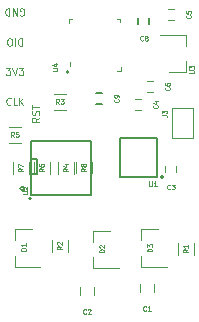
<source format=gto>
G04 #@! TF.FileFunction,Legend,Top*
%FSLAX46Y46*%
G04 Gerber Fmt 4.6, Leading zero omitted, Abs format (unit mm)*
G04 Created by KiCad (PCBNEW 4.0.7) date 01/29/18 07:06:24*
%MOMM*%
%LPD*%
G01*
G04 APERTURE LIST*
%ADD10C,0.100000*%
%ADD11C,0.200000*%
%ADD12C,0.150000*%
%ADD13C,0.120000*%
%ADD14C,0.090000*%
G04 APERTURE END LIST*
D10*
D11*
X142560605Y-100148000D02*
G75*
G03X142560605Y-100148000I-179605J0D01*
G01*
D10*
X142203142Y-85462000D02*
X142260285Y-85490571D01*
X142345999Y-85490571D01*
X142431714Y-85462000D01*
X142488856Y-85404857D01*
X142517428Y-85347714D01*
X142545999Y-85233429D01*
X142545999Y-85147714D01*
X142517428Y-85033429D01*
X142488856Y-84976286D01*
X142431714Y-84919143D01*
X142345999Y-84890571D01*
X142288856Y-84890571D01*
X142203142Y-84919143D01*
X142174571Y-84947714D01*
X142174571Y-85147714D01*
X142288856Y-85147714D01*
X141917428Y-84890571D02*
X141917428Y-85490571D01*
X141574571Y-84890571D01*
X141574571Y-85490571D01*
X141288857Y-84890571D02*
X141288857Y-85490571D01*
X141146000Y-85490571D01*
X141060285Y-85462000D01*
X141003143Y-85404857D01*
X140974571Y-85347714D01*
X140946000Y-85233429D01*
X140946000Y-85147714D01*
X140974571Y-85033429D01*
X141003143Y-84976286D01*
X141060285Y-84919143D01*
X141146000Y-84890571D01*
X141288857Y-84890571D01*
X143795429Y-94126572D02*
X143509714Y-94326572D01*
X143795429Y-94469429D02*
X143195429Y-94469429D01*
X143195429Y-94240857D01*
X143224000Y-94183715D01*
X143252571Y-94155143D01*
X143309714Y-94126572D01*
X143395429Y-94126572D01*
X143452571Y-94155143D01*
X143481143Y-94183715D01*
X143509714Y-94240857D01*
X143509714Y-94469429D01*
X143766857Y-93898000D02*
X143795429Y-93812286D01*
X143795429Y-93669429D01*
X143766857Y-93612286D01*
X143738286Y-93583715D01*
X143681143Y-93555143D01*
X143624000Y-93555143D01*
X143566857Y-93583715D01*
X143538286Y-93612286D01*
X143509714Y-93669429D01*
X143481143Y-93783715D01*
X143452571Y-93840857D01*
X143424000Y-93869429D01*
X143366857Y-93898000D01*
X143309714Y-93898000D01*
X143252571Y-93869429D01*
X143224000Y-93840857D01*
X143195429Y-93783715D01*
X143195429Y-93640857D01*
X143224000Y-93555143D01*
X143195429Y-93383714D02*
X143195429Y-93040857D01*
X143795429Y-93212286D02*
X143195429Y-93212286D01*
X142360285Y-87430571D02*
X142360285Y-88030571D01*
X142217428Y-88030571D01*
X142131713Y-88002000D01*
X142074571Y-87944857D01*
X142045999Y-87887714D01*
X142017428Y-87773429D01*
X142017428Y-87687714D01*
X142045999Y-87573429D01*
X142074571Y-87516286D01*
X142131713Y-87459143D01*
X142217428Y-87430571D01*
X142360285Y-87430571D01*
X141760285Y-87430571D02*
X141760285Y-88030571D01*
X141360285Y-88030571D02*
X141245999Y-88030571D01*
X141188857Y-88002000D01*
X141131714Y-87944857D01*
X141103142Y-87830571D01*
X141103142Y-87630571D01*
X141131714Y-87516286D01*
X141188857Y-87459143D01*
X141245999Y-87430571D01*
X141360285Y-87430571D01*
X141417428Y-87459143D01*
X141474571Y-87516286D01*
X141503142Y-87630571D01*
X141503142Y-87830571D01*
X141474571Y-87944857D01*
X141417428Y-88002000D01*
X141360285Y-88030571D01*
X141003142Y-89913429D02*
X141374571Y-89913429D01*
X141174571Y-90142000D01*
X141260285Y-90142000D01*
X141317428Y-90170571D01*
X141345999Y-90199143D01*
X141374571Y-90256286D01*
X141374571Y-90399143D01*
X141345999Y-90456286D01*
X141317428Y-90484857D01*
X141260285Y-90513429D01*
X141088857Y-90513429D01*
X141031714Y-90484857D01*
X141003142Y-90456286D01*
X141546000Y-89913429D02*
X141746000Y-90513429D01*
X141946000Y-89913429D01*
X142088857Y-89913429D02*
X142460286Y-89913429D01*
X142260286Y-90142000D01*
X142346000Y-90142000D01*
X142403143Y-90170571D01*
X142431714Y-90199143D01*
X142460286Y-90256286D01*
X142460286Y-90399143D01*
X142431714Y-90456286D01*
X142403143Y-90484857D01*
X142346000Y-90513429D01*
X142174572Y-90513429D01*
X142117429Y-90484857D01*
X142088857Y-90456286D01*
X141388857Y-92996286D02*
X141360286Y-93024857D01*
X141274572Y-93053429D01*
X141217429Y-93053429D01*
X141131714Y-93024857D01*
X141074572Y-92967714D01*
X141046000Y-92910571D01*
X141017429Y-92796286D01*
X141017429Y-92710571D01*
X141046000Y-92596286D01*
X141074572Y-92539143D01*
X141131714Y-92482000D01*
X141217429Y-92453429D01*
X141274572Y-92453429D01*
X141360286Y-92482000D01*
X141388857Y-92510571D01*
X141931714Y-93053429D02*
X141646000Y-93053429D01*
X141646000Y-92453429D01*
X142131714Y-93053429D02*
X142131714Y-92453429D01*
X142474571Y-93053429D02*
X142217428Y-92710571D01*
X142474571Y-92453429D02*
X142131714Y-92796286D01*
D12*
X153143000Y-86174000D02*
X153143000Y-85674000D01*
X152193000Y-85674000D02*
X152193000Y-86174000D01*
X148608000Y-93003000D02*
X149108000Y-93003000D01*
X149108000Y-92053000D02*
X148608000Y-92053000D01*
D13*
X155429000Y-98747000D02*
X155429000Y-98247000D01*
X154479000Y-98247000D02*
X154479000Y-98747000D01*
X154704000Y-85891000D02*
X155204000Y-85891000D01*
X155204000Y-84941000D02*
X154704000Y-84941000D01*
X153522000Y-108180000D02*
X153522000Y-108880000D01*
X152322000Y-108880000D02*
X152322000Y-108180000D01*
X147242000Y-109134000D02*
X147242000Y-108434000D01*
X148442000Y-108434000D02*
X148442000Y-109134000D01*
X151910000Y-93506000D02*
X152410000Y-93506000D01*
X152410000Y-92566000D02*
X151910000Y-92566000D01*
X152926000Y-91982000D02*
X153426000Y-91982000D01*
X153426000Y-91042000D02*
X152926000Y-91042000D01*
X155080000Y-93290000D02*
X155080000Y-95830000D01*
X156860000Y-95830000D02*
X156860000Y-93290000D01*
X156860000Y-95830000D02*
X155080000Y-95830000D01*
X155080000Y-93290000D02*
X156860000Y-93290000D01*
X155544000Y-105728000D02*
X155544000Y-104728000D01*
X156904000Y-104728000D02*
X156904000Y-105728000D01*
X144876000Y-105474000D02*
X144876000Y-104474000D01*
X146236000Y-104474000D02*
X146236000Y-105474000D01*
X145056000Y-92102000D02*
X146056000Y-92102000D01*
X146056000Y-93462000D02*
X145056000Y-93462000D01*
X142246000Y-96256000D02*
X141246000Y-96256000D01*
X141246000Y-94896000D02*
X142246000Y-94896000D01*
X156222000Y-90298000D02*
X156222000Y-89368000D01*
X156222000Y-87138000D02*
X156222000Y-88068000D01*
X156222000Y-87138000D02*
X154062000Y-87138000D01*
X156222000Y-90298000D02*
X154762000Y-90298000D01*
X141732000Y-103582000D02*
X141732000Y-104512000D01*
X141732000Y-106742000D02*
X141732000Y-105812000D01*
X141732000Y-106742000D02*
X143892000Y-106742000D01*
X141732000Y-103582000D02*
X143192000Y-103582000D01*
X146744000Y-97870000D02*
X146744000Y-98870000D01*
X145384000Y-98870000D02*
X145384000Y-97870000D01*
X144712000Y-97870000D02*
X144712000Y-98870000D01*
X143352000Y-98870000D02*
X143352000Y-97870000D01*
X142934000Y-97870000D02*
X142934000Y-98870000D01*
X141574000Y-98870000D02*
X141574000Y-97870000D01*
X148268000Y-97858000D02*
X148268000Y-98858000D01*
X146908000Y-98858000D02*
X146908000Y-97858000D01*
X152432000Y-103582000D02*
X152432000Y-104512000D01*
X152432000Y-106742000D02*
X152432000Y-105812000D01*
X152432000Y-106742000D02*
X154592000Y-106742000D01*
X152432000Y-103582000D02*
X153892000Y-103582000D01*
X148368000Y-103714000D02*
X148368000Y-104644000D01*
X148368000Y-106874000D02*
X148368000Y-105944000D01*
X148368000Y-106874000D02*
X150528000Y-106874000D01*
X148368000Y-103714000D02*
X149828000Y-103714000D01*
D12*
X146281156Y-90250000D02*
G75*
G03X146281156Y-90250000I-85156J0D01*
G01*
D13*
X146328600Y-85810600D02*
X146628600Y-85810600D01*
X150711600Y-90168200D02*
X150411600Y-90168200D01*
X150660800Y-85759800D02*
X150360800Y-85759800D01*
X146399200Y-89737200D02*
X146399200Y-89437200D01*
X150711600Y-90168200D02*
X150711600Y-89868200D01*
X150660800Y-85759800D02*
X150660800Y-86059800D01*
X146328600Y-85810600D02*
X146328600Y-86110600D01*
D12*
X143128936Y-100976040D02*
G75*
G03X143128936Y-100976040I-77376J0D01*
G01*
X143143000Y-96084000D02*
X148223000Y-96084000D01*
X148223000Y-96084000D02*
X148223000Y-100656000D01*
X148223000Y-100656000D02*
X143143000Y-100656000D01*
X143143000Y-100656000D02*
X143143000Y-96084000D01*
X143143000Y-97608000D02*
X143651000Y-97608000D01*
X143651000Y-97608000D02*
X143651000Y-98878000D01*
X143651000Y-98878000D02*
X143143000Y-98878000D01*
X154319000Y-99147000D02*
G75*
G03X154319000Y-99147000I-127000J0D01*
G01*
X153811000Y-99147000D02*
X150636000Y-99147000D01*
X153811000Y-95845000D02*
X153811000Y-99147000D01*
X150636000Y-95845000D02*
X153811000Y-95845000D01*
X150636000Y-99147000D02*
X150636000Y-95845000D01*
D14*
X152601334Y-87566857D02*
X152582286Y-87585905D01*
X152525143Y-87604952D01*
X152487048Y-87604952D01*
X152429905Y-87585905D01*
X152391810Y-87547810D01*
X152372762Y-87509714D01*
X152353714Y-87433524D01*
X152353714Y-87376381D01*
X152372762Y-87300190D01*
X152391810Y-87262095D01*
X152429905Y-87224000D01*
X152487048Y-87204952D01*
X152525143Y-87204952D01*
X152582286Y-87224000D01*
X152601334Y-87243048D01*
X152829905Y-87376381D02*
X152791810Y-87357333D01*
X152772762Y-87338286D01*
X152753714Y-87300190D01*
X152753714Y-87281143D01*
X152772762Y-87243048D01*
X152791810Y-87224000D01*
X152829905Y-87204952D01*
X152906095Y-87204952D01*
X152944191Y-87224000D01*
X152963238Y-87243048D01*
X152982286Y-87281143D01*
X152982286Y-87300190D01*
X152963238Y-87338286D01*
X152944191Y-87357333D01*
X152906095Y-87376381D01*
X152829905Y-87376381D01*
X152791810Y-87395429D01*
X152772762Y-87414476D01*
X152753714Y-87452571D01*
X152753714Y-87528762D01*
X152772762Y-87566857D01*
X152791810Y-87585905D01*
X152829905Y-87604952D01*
X152906095Y-87604952D01*
X152944191Y-87585905D01*
X152963238Y-87566857D01*
X152982286Y-87528762D01*
X152982286Y-87452571D01*
X152963238Y-87414476D01*
X152944191Y-87395429D01*
X152906095Y-87376381D01*
X150524857Y-92594666D02*
X150543905Y-92613714D01*
X150562952Y-92670857D01*
X150562952Y-92708952D01*
X150543905Y-92766095D01*
X150505810Y-92804190D01*
X150467714Y-92823238D01*
X150391524Y-92842286D01*
X150334381Y-92842286D01*
X150258190Y-92823238D01*
X150220095Y-92804190D01*
X150182000Y-92766095D01*
X150162952Y-92708952D01*
X150162952Y-92670857D01*
X150182000Y-92613714D01*
X150201048Y-92594666D01*
X150562952Y-92404190D02*
X150562952Y-92328000D01*
X150543905Y-92289905D01*
X150524857Y-92270857D01*
X150467714Y-92232762D01*
X150391524Y-92213714D01*
X150239143Y-92213714D01*
X150201048Y-92232762D01*
X150182000Y-92251809D01*
X150162952Y-92289905D01*
X150162952Y-92366095D01*
X150182000Y-92404190D01*
X150201048Y-92423238D01*
X150239143Y-92442286D01*
X150334381Y-92442286D01*
X150372476Y-92423238D01*
X150391524Y-92404190D01*
X150410571Y-92366095D01*
X150410571Y-92289905D01*
X150391524Y-92251809D01*
X150372476Y-92232762D01*
X150334381Y-92213714D01*
X154887334Y-100163857D02*
X154868286Y-100182905D01*
X154811143Y-100201952D01*
X154773048Y-100201952D01*
X154715905Y-100182905D01*
X154677810Y-100144810D01*
X154658762Y-100106714D01*
X154639714Y-100030524D01*
X154639714Y-99973381D01*
X154658762Y-99897190D01*
X154677810Y-99859095D01*
X154715905Y-99821000D01*
X154773048Y-99801952D01*
X154811143Y-99801952D01*
X154868286Y-99821000D01*
X154887334Y-99840048D01*
X155020667Y-99801952D02*
X155268286Y-99801952D01*
X155134953Y-99954333D01*
X155192095Y-99954333D01*
X155230191Y-99973381D01*
X155249238Y-99992429D01*
X155268286Y-100030524D01*
X155268286Y-100125762D01*
X155249238Y-100163857D01*
X155230191Y-100182905D01*
X155192095Y-100201952D01*
X155077810Y-100201952D01*
X155039714Y-100182905D01*
X155020667Y-100163857D01*
X156620857Y-85482666D02*
X156639905Y-85501714D01*
X156658952Y-85558857D01*
X156658952Y-85596952D01*
X156639905Y-85654095D01*
X156601810Y-85692190D01*
X156563714Y-85711238D01*
X156487524Y-85730286D01*
X156430381Y-85730286D01*
X156354190Y-85711238D01*
X156316095Y-85692190D01*
X156278000Y-85654095D01*
X156258952Y-85596952D01*
X156258952Y-85558857D01*
X156278000Y-85501714D01*
X156297048Y-85482666D01*
X156258952Y-85120762D02*
X156258952Y-85311238D01*
X156449429Y-85330286D01*
X156430381Y-85311238D01*
X156411333Y-85273143D01*
X156411333Y-85177905D01*
X156430381Y-85139809D01*
X156449429Y-85120762D01*
X156487524Y-85101714D01*
X156582762Y-85101714D01*
X156620857Y-85120762D01*
X156639905Y-85139809D01*
X156658952Y-85177905D01*
X156658952Y-85273143D01*
X156639905Y-85311238D01*
X156620857Y-85330286D01*
X152855334Y-110450857D02*
X152836286Y-110469905D01*
X152779143Y-110488952D01*
X152741048Y-110488952D01*
X152683905Y-110469905D01*
X152645810Y-110431810D01*
X152626762Y-110393714D01*
X152607714Y-110317524D01*
X152607714Y-110260381D01*
X152626762Y-110184190D01*
X152645810Y-110146095D01*
X152683905Y-110108000D01*
X152741048Y-110088952D01*
X152779143Y-110088952D01*
X152836286Y-110108000D01*
X152855334Y-110127048D01*
X153236286Y-110488952D02*
X153007714Y-110488952D01*
X153122000Y-110488952D02*
X153122000Y-110088952D01*
X153083905Y-110146095D01*
X153045810Y-110184190D01*
X153007714Y-110203238D01*
X147775334Y-110704857D02*
X147756286Y-110723905D01*
X147699143Y-110742952D01*
X147661048Y-110742952D01*
X147603905Y-110723905D01*
X147565810Y-110685810D01*
X147546762Y-110647714D01*
X147527714Y-110571524D01*
X147527714Y-110514381D01*
X147546762Y-110438190D01*
X147565810Y-110400095D01*
X147603905Y-110362000D01*
X147661048Y-110342952D01*
X147699143Y-110342952D01*
X147756286Y-110362000D01*
X147775334Y-110381048D01*
X147927714Y-110381048D02*
X147946762Y-110362000D01*
X147984857Y-110342952D01*
X148080095Y-110342952D01*
X148118191Y-110362000D01*
X148137238Y-110381048D01*
X148156286Y-110419143D01*
X148156286Y-110457238D01*
X148137238Y-110514381D01*
X147908667Y-110742952D01*
X148156286Y-110742952D01*
X153826857Y-93102666D02*
X153845905Y-93121714D01*
X153864952Y-93178857D01*
X153864952Y-93216952D01*
X153845905Y-93274095D01*
X153807810Y-93312190D01*
X153769714Y-93331238D01*
X153693524Y-93350286D01*
X153636381Y-93350286D01*
X153560190Y-93331238D01*
X153522095Y-93312190D01*
X153484000Y-93274095D01*
X153464952Y-93216952D01*
X153464952Y-93178857D01*
X153484000Y-93121714D01*
X153503048Y-93102666D01*
X153598286Y-92759809D02*
X153864952Y-92759809D01*
X153445905Y-92855047D02*
X153731619Y-92950286D01*
X153731619Y-92702666D01*
X154842857Y-91578666D02*
X154861905Y-91597714D01*
X154880952Y-91654857D01*
X154880952Y-91692952D01*
X154861905Y-91750095D01*
X154823810Y-91788190D01*
X154785714Y-91807238D01*
X154709524Y-91826286D01*
X154652381Y-91826286D01*
X154576190Y-91807238D01*
X154538095Y-91788190D01*
X154500000Y-91750095D01*
X154480952Y-91692952D01*
X154480952Y-91654857D01*
X154500000Y-91597714D01*
X154519048Y-91578666D01*
X154480952Y-91235809D02*
X154480952Y-91312000D01*
X154500000Y-91350095D01*
X154519048Y-91369143D01*
X154576190Y-91407238D01*
X154652381Y-91426286D01*
X154804762Y-91426286D01*
X154842857Y-91407238D01*
X154861905Y-91388190D01*
X154880952Y-91350095D01*
X154880952Y-91273905D01*
X154861905Y-91235809D01*
X154842857Y-91216762D01*
X154804762Y-91197714D01*
X154709524Y-91197714D01*
X154671429Y-91216762D01*
X154652381Y-91235809D01*
X154633333Y-91273905D01*
X154633333Y-91350095D01*
X154652381Y-91388190D01*
X154671429Y-91407238D01*
X154709524Y-91426286D01*
X154226952Y-93931333D02*
X154512667Y-93931333D01*
X154569810Y-93950381D01*
X154607905Y-93988476D01*
X154626952Y-94045619D01*
X154626952Y-94083714D01*
X154226952Y-93778952D02*
X154226952Y-93531333D01*
X154379333Y-93664666D01*
X154379333Y-93607524D01*
X154398381Y-93569428D01*
X154417429Y-93550381D01*
X154455524Y-93531333D01*
X154550762Y-93531333D01*
X154588857Y-93550381D01*
X154607905Y-93569428D01*
X154626952Y-93607524D01*
X154626952Y-93721809D01*
X154607905Y-93759905D01*
X154588857Y-93778952D01*
X156404952Y-105294666D02*
X156214476Y-105428000D01*
X156404952Y-105523238D02*
X156004952Y-105523238D01*
X156004952Y-105370857D01*
X156024000Y-105332762D01*
X156043048Y-105313714D01*
X156081143Y-105294666D01*
X156138286Y-105294666D01*
X156176381Y-105313714D01*
X156195429Y-105332762D01*
X156214476Y-105370857D01*
X156214476Y-105523238D01*
X156404952Y-104913714D02*
X156404952Y-105142286D01*
X156404952Y-105028000D02*
X156004952Y-105028000D01*
X156062095Y-105066095D01*
X156100190Y-105104190D01*
X156119238Y-105142286D01*
X145736952Y-105040666D02*
X145546476Y-105174000D01*
X145736952Y-105269238D02*
X145336952Y-105269238D01*
X145336952Y-105116857D01*
X145356000Y-105078762D01*
X145375048Y-105059714D01*
X145413143Y-105040666D01*
X145470286Y-105040666D01*
X145508381Y-105059714D01*
X145527429Y-105078762D01*
X145546476Y-105116857D01*
X145546476Y-105269238D01*
X145375048Y-104888286D02*
X145356000Y-104869238D01*
X145336952Y-104831143D01*
X145336952Y-104735905D01*
X145356000Y-104697809D01*
X145375048Y-104678762D01*
X145413143Y-104659714D01*
X145451238Y-104659714D01*
X145508381Y-104678762D01*
X145736952Y-104907333D01*
X145736952Y-104659714D01*
X145489334Y-92962952D02*
X145356000Y-92772476D01*
X145260762Y-92962952D02*
X145260762Y-92562952D01*
X145413143Y-92562952D01*
X145451238Y-92582000D01*
X145470286Y-92601048D01*
X145489334Y-92639143D01*
X145489334Y-92696286D01*
X145470286Y-92734381D01*
X145451238Y-92753429D01*
X145413143Y-92772476D01*
X145260762Y-92772476D01*
X145622667Y-92562952D02*
X145870286Y-92562952D01*
X145736953Y-92715333D01*
X145794095Y-92715333D01*
X145832191Y-92734381D01*
X145851238Y-92753429D01*
X145870286Y-92791524D01*
X145870286Y-92886762D01*
X145851238Y-92924857D01*
X145832191Y-92943905D01*
X145794095Y-92962952D01*
X145679810Y-92962952D01*
X145641714Y-92943905D01*
X145622667Y-92924857D01*
X141679334Y-95756952D02*
X141546000Y-95566476D01*
X141450762Y-95756952D02*
X141450762Y-95356952D01*
X141603143Y-95356952D01*
X141641238Y-95376000D01*
X141660286Y-95395048D01*
X141679334Y-95433143D01*
X141679334Y-95490286D01*
X141660286Y-95528381D01*
X141641238Y-95547429D01*
X141603143Y-95566476D01*
X141450762Y-95566476D01*
X142041238Y-95356952D02*
X141850762Y-95356952D01*
X141831714Y-95547429D01*
X141850762Y-95528381D01*
X141888857Y-95509333D01*
X141984095Y-95509333D01*
X142022191Y-95528381D01*
X142041238Y-95547429D01*
X142060286Y-95585524D01*
X142060286Y-95680762D01*
X142041238Y-95718857D01*
X142022191Y-95737905D01*
X141984095Y-95756952D01*
X141888857Y-95756952D01*
X141850762Y-95737905D01*
X141831714Y-95718857D01*
X156528952Y-90358762D02*
X156852762Y-90358762D01*
X156890857Y-90339714D01*
X156909905Y-90320667D01*
X156928952Y-90282571D01*
X156928952Y-90206381D01*
X156909905Y-90168286D01*
X156890857Y-90149238D01*
X156852762Y-90130190D01*
X156528952Y-90130190D01*
X156528952Y-89977809D02*
X156528952Y-89730190D01*
X156681333Y-89863523D01*
X156681333Y-89806381D01*
X156700381Y-89768285D01*
X156719429Y-89749238D01*
X156757524Y-89730190D01*
X156852762Y-89730190D01*
X156890857Y-89749238D01*
X156909905Y-89768285D01*
X156928952Y-89806381D01*
X156928952Y-89920666D01*
X156909905Y-89958762D01*
X156890857Y-89977809D01*
X142672952Y-105391238D02*
X142272952Y-105391238D01*
X142272952Y-105296000D01*
X142292000Y-105238857D01*
X142330095Y-105200762D01*
X142368190Y-105181714D01*
X142444381Y-105162666D01*
X142501524Y-105162666D01*
X142577714Y-105181714D01*
X142615810Y-105200762D01*
X142653905Y-105238857D01*
X142672952Y-105296000D01*
X142672952Y-105391238D01*
X142672952Y-104781714D02*
X142672952Y-105010286D01*
X142672952Y-104896000D02*
X142272952Y-104896000D01*
X142330095Y-104934095D01*
X142368190Y-104972190D01*
X142387238Y-105010286D01*
X146244952Y-98436666D02*
X146054476Y-98570000D01*
X146244952Y-98665238D02*
X145844952Y-98665238D01*
X145844952Y-98512857D01*
X145864000Y-98474762D01*
X145883048Y-98455714D01*
X145921143Y-98436666D01*
X145978286Y-98436666D01*
X146016381Y-98455714D01*
X146035429Y-98474762D01*
X146054476Y-98512857D01*
X146054476Y-98665238D01*
X145978286Y-98093809D02*
X146244952Y-98093809D01*
X145825905Y-98189047D02*
X146111619Y-98284286D01*
X146111619Y-98036666D01*
X144212952Y-98436666D02*
X144022476Y-98570000D01*
X144212952Y-98665238D02*
X143812952Y-98665238D01*
X143812952Y-98512857D01*
X143832000Y-98474762D01*
X143851048Y-98455714D01*
X143889143Y-98436666D01*
X143946286Y-98436666D01*
X143984381Y-98455714D01*
X144003429Y-98474762D01*
X144022476Y-98512857D01*
X144022476Y-98665238D01*
X143812952Y-98093809D02*
X143812952Y-98170000D01*
X143832000Y-98208095D01*
X143851048Y-98227143D01*
X143908190Y-98265238D01*
X143984381Y-98284286D01*
X144136762Y-98284286D01*
X144174857Y-98265238D01*
X144193905Y-98246190D01*
X144212952Y-98208095D01*
X144212952Y-98131905D01*
X144193905Y-98093809D01*
X144174857Y-98074762D01*
X144136762Y-98055714D01*
X144041524Y-98055714D01*
X144003429Y-98074762D01*
X143984381Y-98093809D01*
X143965333Y-98131905D01*
X143965333Y-98208095D01*
X143984381Y-98246190D01*
X144003429Y-98265238D01*
X144041524Y-98284286D01*
X142434952Y-98436666D02*
X142244476Y-98570000D01*
X142434952Y-98665238D02*
X142034952Y-98665238D01*
X142034952Y-98512857D01*
X142054000Y-98474762D01*
X142073048Y-98455714D01*
X142111143Y-98436666D01*
X142168286Y-98436666D01*
X142206381Y-98455714D01*
X142225429Y-98474762D01*
X142244476Y-98512857D01*
X142244476Y-98665238D01*
X142034952Y-98303333D02*
X142034952Y-98036666D01*
X142434952Y-98208095D01*
X147768952Y-98424666D02*
X147578476Y-98558000D01*
X147768952Y-98653238D02*
X147368952Y-98653238D01*
X147368952Y-98500857D01*
X147388000Y-98462762D01*
X147407048Y-98443714D01*
X147445143Y-98424666D01*
X147502286Y-98424666D01*
X147540381Y-98443714D01*
X147559429Y-98462762D01*
X147578476Y-98500857D01*
X147578476Y-98653238D01*
X147540381Y-98196095D02*
X147521333Y-98234190D01*
X147502286Y-98253238D01*
X147464190Y-98272286D01*
X147445143Y-98272286D01*
X147407048Y-98253238D01*
X147388000Y-98234190D01*
X147368952Y-98196095D01*
X147368952Y-98119905D01*
X147388000Y-98081809D01*
X147407048Y-98062762D01*
X147445143Y-98043714D01*
X147464190Y-98043714D01*
X147502286Y-98062762D01*
X147521333Y-98081809D01*
X147540381Y-98119905D01*
X147540381Y-98196095D01*
X147559429Y-98234190D01*
X147578476Y-98253238D01*
X147616571Y-98272286D01*
X147692762Y-98272286D01*
X147730857Y-98253238D01*
X147749905Y-98234190D01*
X147768952Y-98196095D01*
X147768952Y-98119905D01*
X147749905Y-98081809D01*
X147730857Y-98062762D01*
X147692762Y-98043714D01*
X147616571Y-98043714D01*
X147578476Y-98062762D01*
X147559429Y-98081809D01*
X147540381Y-98119905D01*
X153372952Y-105457238D02*
X152972952Y-105457238D01*
X152972952Y-105362000D01*
X152992000Y-105304857D01*
X153030095Y-105266762D01*
X153068190Y-105247714D01*
X153144381Y-105228666D01*
X153201524Y-105228666D01*
X153277714Y-105247714D01*
X153315810Y-105266762D01*
X153353905Y-105304857D01*
X153372952Y-105362000D01*
X153372952Y-105457238D01*
X152972952Y-105095333D02*
X152972952Y-104847714D01*
X153125333Y-104981047D01*
X153125333Y-104923905D01*
X153144381Y-104885809D01*
X153163429Y-104866762D01*
X153201524Y-104847714D01*
X153296762Y-104847714D01*
X153334857Y-104866762D01*
X153353905Y-104885809D01*
X153372952Y-104923905D01*
X153372952Y-105038190D01*
X153353905Y-105076286D01*
X153334857Y-105095333D01*
X149308952Y-105523238D02*
X148908952Y-105523238D01*
X148908952Y-105428000D01*
X148928000Y-105370857D01*
X148966095Y-105332762D01*
X149004190Y-105313714D01*
X149080381Y-105294666D01*
X149137524Y-105294666D01*
X149213714Y-105313714D01*
X149251810Y-105332762D01*
X149289905Y-105370857D01*
X149308952Y-105428000D01*
X149308952Y-105523238D01*
X148947048Y-105142286D02*
X148928000Y-105123238D01*
X148908952Y-105085143D01*
X148908952Y-104989905D01*
X148928000Y-104951809D01*
X148947048Y-104932762D01*
X148985143Y-104913714D01*
X149023238Y-104913714D01*
X149080381Y-104932762D01*
X149308952Y-105161333D01*
X149308952Y-104913714D01*
X144955952Y-90165762D02*
X145279762Y-90165762D01*
X145317857Y-90146714D01*
X145336905Y-90127667D01*
X145355952Y-90089571D01*
X145355952Y-90013381D01*
X145336905Y-89975286D01*
X145317857Y-89956238D01*
X145279762Y-89937190D01*
X144955952Y-89937190D01*
X145089286Y-89575285D02*
X145355952Y-89575285D01*
X144936905Y-89670523D02*
X145222619Y-89765762D01*
X145222619Y-89518142D01*
X142421032Y-100605162D02*
X142744842Y-100605162D01*
X142782937Y-100586114D01*
X142801985Y-100567067D01*
X142821032Y-100528971D01*
X142821032Y-100452781D01*
X142801985Y-100414686D01*
X142782937Y-100395638D01*
X142744842Y-100376590D01*
X142421032Y-100376590D01*
X142459128Y-100205162D02*
X142440080Y-100186114D01*
X142421032Y-100148019D01*
X142421032Y-100052781D01*
X142440080Y-100014685D01*
X142459128Y-99995638D01*
X142497223Y-99976590D01*
X142535318Y-99976590D01*
X142592461Y-99995638D01*
X142821032Y-100224209D01*
X142821032Y-99976590D01*
X153125238Y-99532952D02*
X153125238Y-99856762D01*
X153144286Y-99894857D01*
X153163333Y-99913905D01*
X153201429Y-99932952D01*
X153277619Y-99932952D01*
X153315714Y-99913905D01*
X153334762Y-99894857D01*
X153353810Y-99856762D01*
X153353810Y-99532952D01*
X153753810Y-99932952D02*
X153525238Y-99932952D01*
X153639524Y-99932952D02*
X153639524Y-99532952D01*
X153601429Y-99590095D01*
X153563334Y-99628190D01*
X153525238Y-99647238D01*
M02*

</source>
